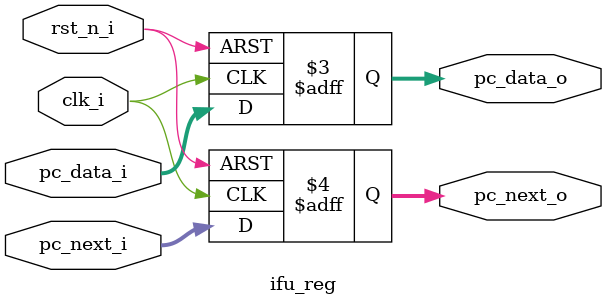
<source format=sv>
/*
 * ifu_reg.sv
 *
 *  Created on: 2021-08-03 10:30
 *      Author: Jack Chen <redchenjs@live.com>
 */

module ifu_reg #(
    parameter XLEN = 32
) (
    input logic clk_i,
    input logic rst_n_i,

    input logic [XLEN-1:0] pc_data_i,
    input logic [XLEN-1:0] pc_next_i,

    output logic [XLEN-1:0] pc_data_o,
    output logic [XLEN-1:0] pc_next_o
);

always_ff @(posedge clk_i or negedge rst_n_i)
begin
    if (!rst_n_i) begin
        pc_data_o <= {XLEN{1'b0}};
        pc_next_o <= {XLEN{1'b0}};
    end else begin
        pc_data_o <= pc_data_i;
        pc_next_o <= pc_next_i;
    end
end

endmodule

</source>
